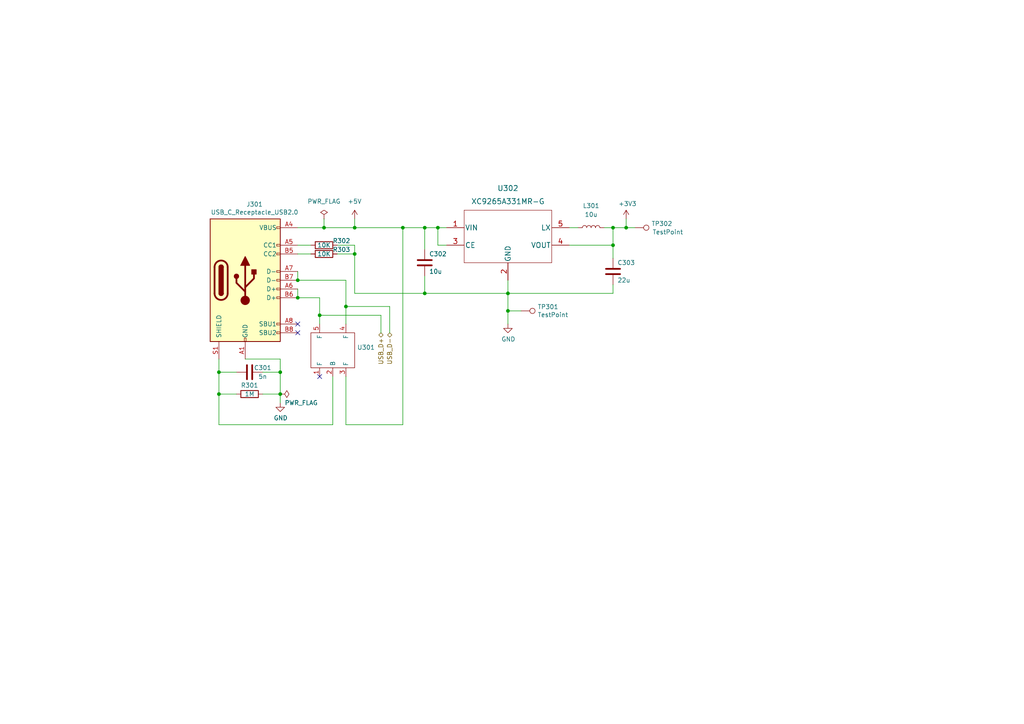
<source format=kicad_sch>
(kicad_sch (version 20211123) (generator eeschema)
  (paper "A4")
  (lib_symbols
    (symbol "BZA956A:BZA956A"
      (property "Reference" "U" (at 0 0 0))
      (property "Value" "BZA956A" (at 0 0 0))
      (symbol "BZA956A_0_1"
        (rectangle (start -6.35 5.08) (end 6.35 -5.08) (stroke (width 0.1524)))
      )
      (symbol "BZA956A_1_1"
        (pin input line (at -3.81 -7.62 90) (length 2.54) (name "F") (number "1"))
        (pin input line (at 0 -7.62 90) (length 2.54) (name "B") (number "2"))
        (pin input line (at 3.81 -7.62 90) (length 2.54) (name "F") (number "3"))
        (pin input line (at 3.81 7.62 270) (length 2.54) (name "F") (number "4"))
        (pin input line (at -3.81 7.62 270) (length 2.54) (name "F") (number "5"))
      )
    )
    (symbol "Connector:TestPoint" (pin_numbers hide) (pin_names (offset 0.762) hide)
      (property "Reference" "TP" (at 0 6.858 0))
      (property "Value" "TestPoint" (at 0 5.08 0))
      (symbol "TestPoint_0_1"
        (circle (center 0 3.302) (radius 0.762))
      )
      (symbol "TestPoint_1_1"
        (pin passive line (at 0 0 90) (length 2.54) (name "1") (number "1"))
      )
    )
    (symbol "Connector:USB_C_Receptacle_USB2.0" (pin_names (offset 1.016))
      (property "Reference" "J" (at -10.16 19.05 0))
      (property "Value" "USB_C_Receptacle_USB2.0" (at 19.05 19.05 0))
      (symbol "USB_C_Receptacle_USB2.0_0_0"
        (rectangle (start -0.254 -17.78) (end 0.254 -16.764))
        (rectangle (start 10.16 -14.986) (end 9.144 -15.494))
        (rectangle (start 10.16 -12.446) (end 9.144 -12.954))
        (rectangle (start 10.16 -4.826) (end 9.144 -5.334))
        (rectangle (start 10.16 -2.286) (end 9.144 -2.794))
        (rectangle (start 10.16 0.254) (end 9.144 -0.254))
        (rectangle (start 10.16 2.794) (end 9.144 2.286))
        (rectangle (start 10.16 7.874) (end 9.144 7.366))
        (rectangle (start 10.16 10.414) (end 9.144 9.906))
        (rectangle (start 10.16 15.494) (end 9.144 14.986))
      )
      (symbol "USB_C_Receptacle_USB2.0_0_1"
        (rectangle (start -10.16 17.78) (end 10.16 -17.78) (stroke (width 0.254)) (fill (type background)))
        (arc (start -8.89 -3.81) (mid -6.985 -5.715) (end -5.08 -3.81) (stroke (width 0.508)))
        (arc (start -7.62 -3.81) (mid -6.985 -4.445) (end -6.35 -3.81) (stroke (width 0.254)))
        (arc (start -7.62 -3.81) (mid -6.985 -4.445) (end -6.35 -3.81) (stroke (width 0.254)) (fill (type outline)))
        (rectangle (start -7.62 -3.81) (end -6.35 3.81) (stroke (width 0.254)) (fill (type outline)))
        (arc (start -6.35 3.81) (mid -6.985 4.445) (end -7.62 3.81) (stroke (width 0.254)))
        (arc (start -6.35 3.81) (mid -6.985 4.445) (end -7.62 3.81) (stroke (width 0.254)) (fill (type outline)))
        (arc (start -5.08 3.81) (mid -6.985 5.715) (end -8.89 3.81) (stroke (width 0.508)))
        (circle (center -2.54 1.143) (radius 0.635) (stroke (width 0.254)) (fill (type outline)))
        (circle (center 0 -5.842) (radius 1.27) (fill (type outline)))
        (polyline (pts (xy -8.89 -3.81) (xy -8.89 3.81)) (stroke (width 0.508)))
        (polyline (pts (xy -5.08 3.81) (xy -5.08 -3.81)) (stroke (width 0.508)))
        (polyline (pts (xy 0 -5.842) (xy 0 4.318)) (stroke (width 0.508)))
        (polyline (pts (xy 0 -3.302) (xy -2.54 -0.762) (xy -2.54 0.508)) (stroke (width 0.508)))
        (polyline (pts (xy 0 -2.032) (xy 2.54 0.508) (xy 2.54 1.778)) (stroke (width 0.508)))
        (polyline (pts (xy -1.27 4.318) (xy 0 6.858) (xy 1.27 4.318) (xy -1.27 4.318)) (stroke (width 0.254)) (fill (type outline)))
        (rectangle (start 1.905 1.778) (end 3.175 3.048) (stroke (width 0.254)) (fill (type outline)))
      )
      (symbol "USB_C_Receptacle_USB2.0_1_1"
        (pin passive line (at 0 -22.86 90) (length 5.08) (name "GND") (number "A1"))
        (pin passive line (at 0 -22.86 90) (length 5.08) hide (name "GND") (number "A12"))
        (pin passive line (at 15.24 15.24 180) (length 5.08) (name "VBUS") (number "A4"))
        (pin bidirectional line (at 15.24 10.16 180) (length 5.08) (name "CC1") (number "A5"))
        (pin bidirectional line (at 15.24 -2.54 180) (length 5.08) (name "D+") (number "A6"))
        (pin bidirectional line (at 15.24 2.54 180) (length 5.08) (name "D-") (number "A7"))
        (pin bidirectional line (at 15.24 -12.7 180) (length 5.08) (name "SBU1") (number "A8"))
        (pin passive line (at 15.24 15.24 180) (length 5.08) hide (name "VBUS") (number "A9"))
        (pin passive line (at 0 -22.86 90) (length 5.08) hide (name "GND") (number "B1"))
        (pin passive line (at 0 -22.86 90) (length 5.08) hide (name "GND") (number "B12"))
        (pin passive line (at 15.24 15.24 180) (length 5.08) hide (name "VBUS") (number "B4"))
        (pin bidirectional line (at 15.24 7.62 180) (length 5.08) (name "CC2") (number "B5"))
        (pin bidirectional line (at 15.24 -5.08 180) (length 5.08) (name "D+") (number "B6"))
        (pin bidirectional line (at 15.24 0 180) (length 5.08) (name "D-") (number "B7"))
        (pin bidirectional line (at 15.24 -15.24 180) (length 5.08) (name "SBU2") (number "B8"))
        (pin passive line (at 15.24 15.24 180) (length 5.08) hide (name "VBUS") (number "B9"))
        (pin passive line (at -7.62 -22.86 90) (length 5.08) (name "SHIELD") (number "S1"))
      )
    )
    (symbol "Device:C" (pin_numbers hide) (pin_names (offset 0.254))
      (property "Reference" "C" (at 0.635 2.54 0))
      (property "Value" "C" (at 0.635 -2.54 0))
      (symbol "C_0_1"
        (polyline (pts (xy -2.032 -0.762) (xy 2.032 -0.762)) (stroke (width 0.508)))
        (polyline (pts (xy -2.032 0.762) (xy 2.032 0.762)) (stroke (width 0.508)))
      )
      (symbol "C_1_1"
        (pin passive line (at 0 3.81 270) (length 2.794) (name "~") (number "1"))
        (pin passive line (at 0 -3.81 90) (length 2.794) (name "~") (number "2"))
      )
    )
    (symbol "Device:L" (pin_numbers hide) (pin_names (offset 1.016) hide)
      (property "Reference" "L" (at -1.27 0 90))
      (property "Value" "L" (at 1.905 0 90))
      (symbol "L_0_1"
        (arc (start 0 -2.54) (mid 0.635 -1.905) (end 0 -1.27))
        (arc (start 0 -1.27) (mid 0.635 -0.635) (end 0 0))
        (arc (start 0 0) (mid 0.635 0.635) (end 0 1.27))
        (arc (start 0 1.27) (mid 0.635 1.905) (end 0 2.54))
      )
      (symbol "L_1_1"
        (pin passive line (at 0 3.81 270) (length 1.27) (name "1") (number "1"))
        (pin passive line (at 0 -3.81 90) (length 1.27) (name "2") (number "2"))
      )
    )
    (symbol "Device:R" (pin_numbers hide) (pin_names (offset 0))
      (property "Reference" "R" (at 2.032 0 90))
      (property "Value" "R" (at 0 0 90))
      (symbol "R_0_1"
        (rectangle (start -1.016 -2.54) (end 1.016 2.54) (stroke (width 0.254)))
      )
      (symbol "R_1_1"
        (pin passive line (at 0 3.81 270) (length 1.27) (name "~") (number "1"))
        (pin passive line (at 0 -3.81 90) (length 1.27) (name "~") (number "2"))
      )
    )
    (symbol "XC9265A331MR-G:XC9265A331MR-G" (pin_names (offset 0.254))
      (property "Reference" "U" (at 20.32 10.16 0))
      (property "Value" "XC9265A331MR-G" (at 20.32 7.62 0))
      (symbol "XC9265A331MR-G_1_1"
        (polyline (pts (xy 7.62 -10.16) (xy 33.02 -10.16)) (stroke (width 0.127)))
        (polyline (pts (xy 7.62 5.08) (xy 7.62 -10.16)) (stroke (width 0.127)))
        (polyline (pts (xy 33.02 -10.16) (xy 33.02 5.08)) (stroke (width 0.127)))
        (polyline (pts (xy 33.02 5.08) (xy 7.62 5.08)) (stroke (width 0.127)))
        (pin power_in line (at 2.54 0 0) (length 5.08) (name "VIN") (number "1"))
        (pin power_in line (at 20.32 -15.24 90) (length 5.08) (name "GND") (number "2"))
        (pin unspecified line (at 2.54 -5.08 0) (length 5.08) (name "CE") (number "3"))
        (pin power_out line (at 38.1 -5.08 180) (length 5.08) (name "VOUT") (number "4"))
        (pin power_out line (at 38.1 0 180) (length 5.08) (name "LX") (number "5"))
      )
    )
    (symbol "power:+3V3" (power) (pin_names (offset 0))
      (property "Value" "+3V3" (at 0 3.556 0))
      (symbol "+3V3_0_1"
        (polyline (pts (xy -0.762 1.27) (xy 0 2.54)))
        (polyline (pts (xy 0 0) (xy 0 2.54)))
        (polyline (pts (xy 0 2.54) (xy 0.762 1.27)))
      )
      (symbol "+3V3_1_1"
        (pin power_in line (at 0 0 90) (length 0) hide (name "+3V3") (number "1"))
      )
    )
    (symbol "power:+5V" (power) (pin_names (offset 0))
      (property "Value" "+5V" (at 0 3.556 0))
      (symbol "+5V_0_1"
        (polyline (pts (xy -0.762 1.27) (xy 0 2.54)))
        (polyline (pts (xy 0 0) (xy 0 2.54)))
        (polyline (pts (xy 0 2.54) (xy 0.762 1.27)))
      )
      (symbol "+5V_1_1"
        (pin power_in line (at 0 0 90) (length 0) hide (name "+5V") (number "1"))
      )
    )
    (symbol "power:GND" (power) (pin_names (offset 0))
      (property "Value" "GND" (at 0 -3.81 0))
      (symbol "GND_0_1"
        (polyline (pts (xy 0 0) (xy 0 -1.27) (xy 1.27 -1.27) (xy 0 -2.54) (xy -1.27 -1.27) (xy 0 -1.27)))
      )
      (symbol "GND_1_1"
        (pin power_in line (at 0 0 270) (length 0) hide (name "GND") (number "1"))
      )
    )
    (symbol "power:PWR_FLAG" (power) (pin_numbers hide) (pin_names (offset 0) hide)
      (property "Value" "PWR_FLAG" (at 0 3.81 0))
      (symbol "PWR_FLAG_0_0"
        (pin power_out line (at 0 0 90) (length 0) (name "pwr") (number "1"))
      )
      (symbol "PWR_FLAG_0_1"
        (polyline (pts (xy 0 0) (xy 0 1.27) (xy -1.016 1.905) (xy 0 2.54) (xy 1.016 1.905) (xy 0 1.27)))
      )
    )
  )
  (junction (at 147.32 90.17))
  (junction (at 100.33 88.9))
  (junction (at 123.19 85.09))
  (junction (at 63.5 114.3))
  (junction (at 86.36 86.36))
  (junction (at 147.32 85.09))
  (junction (at 92.71 91.44))
  (junction (at 93.98 66.04))
  (junction (at 81.28 114.3))
  (junction (at 102.87 66.04))
  (junction (at 177.8 71.12))
  (junction (at 116.84 66.04))
  (junction (at 181.61 66.04))
  (junction (at 123.19 66.04))
  (junction (at 81.28 107.95))
  (junction (at 127 66.04))
  (junction (at 177.8 66.04))
  (junction (at 102.87 73.66))
  (junction (at 86.36 81.28))
  (junction (at 63.5 107.95))
  (no_connect (at 92.71 109.22))
  (no_connect (at 86.36 93.98))
  (no_connect (at 86.36 96.52))
  (wire (pts (xy 177.8 74.93) (xy 177.8 71.12)))
  (wire (pts (xy 86.36 73.66) (xy 90.17 73.66)))
  (wire (pts (xy 151.13 90.17) (xy 147.32 90.17)))
  (wire (pts (xy 100.33 88.9) (xy 113.03 88.9)))
  (wire (pts (xy 63.5 123.19) (xy 63.5 114.3)))
  (wire (pts (xy 93.98 63.5) (xy 93.98 66.04)))
  (wire (pts (xy 100.33 123.19) (xy 116.84 123.19)))
  (wire (pts (xy 177.8 71.12) (xy 177.8 66.04)))
  (wire (pts (xy 96.52 123.19) (xy 63.5 123.19)))
  (wire (pts (xy 86.36 66.04) (xy 93.98 66.04)))
  (wire (pts (xy 97.79 73.66) (xy 102.87 73.66)))
  (wire (pts (xy 181.61 66.04) (xy 181.61 63.5)))
  (wire (pts (xy 100.33 81.28) (xy 100.33 88.9)))
  (wire (pts (xy 175.26 66.04) (xy 177.8 66.04)))
  (wire (pts (xy 63.5 104.14) (xy 63.5 107.95)))
  (wire (pts (xy 100.33 88.9) (xy 100.33 93.98)))
  (wire (pts (xy 81.28 107.95) (xy 81.28 104.14)))
  (wire (pts (xy 116.84 123.19) (xy 116.84 66.04)))
  (wire (pts (xy 90.17 71.12) (xy 86.36 71.12)))
  (wire (pts (xy 110.49 96.52) (xy 110.49 91.44)))
  (wire (pts (xy 81.28 114.3) (xy 81.28 116.84)))
  (wire (pts (xy 86.36 83.82) (xy 86.36 86.36)))
  (wire (pts (xy 68.58 107.95) (xy 63.5 107.95)))
  (wire (pts (xy 86.36 78.74) (xy 86.36 81.28)))
  (wire (pts (xy 177.8 82.55) (xy 177.8 85.09)))
  (wire (pts (xy 81.28 104.14) (xy 71.12 104.14)))
  (wire (pts (xy 102.87 71.12) (xy 97.79 71.12)))
  (wire (pts (xy 165.1 71.12) (xy 177.8 71.12)))
  (wire (pts (xy 123.19 85.09) (xy 147.32 85.09)))
  (wire (pts (xy 102.87 73.66) (xy 102.87 71.12)))
  (wire (pts (xy 123.19 66.04) (xy 127 66.04)))
  (wire (pts (xy 102.87 63.5) (xy 102.87 66.04)))
  (wire (pts (xy 92.71 91.44) (xy 92.71 93.98)))
  (wire (pts (xy 100.33 109.22) (xy 100.33 123.19)))
  (wire (pts (xy 68.58 114.3) (xy 63.5 114.3)))
  (wire (pts (xy 123.19 66.04) (xy 123.19 72.39)))
  (wire (pts (xy 147.32 81.28) (xy 147.32 85.09)))
  (wire (pts (xy 96.52 109.22) (xy 96.52 123.19)))
  (wire (pts (xy 102.87 73.66) (xy 102.87 85.09)))
  (wire (pts (xy 76.2 114.3) (xy 81.28 114.3)))
  (wire (pts (xy 93.98 66.04) (xy 102.87 66.04)))
  (wire (pts (xy 81.28 107.95) (xy 81.28 114.3)))
  (wire (pts (xy 177.8 85.09) (xy 147.32 85.09)))
  (wire (pts (xy 116.84 66.04) (xy 123.19 66.04)))
  (wire (pts (xy 184.15 66.04) (xy 181.61 66.04)))
  (wire (pts (xy 102.87 66.04) (xy 116.84 66.04)))
  (wire (pts (xy 63.5 107.95) (xy 63.5 114.3)))
  (wire (pts (xy 127 66.04) (xy 129.54 66.04)))
  (wire (pts (xy 113.03 88.9) (xy 113.03 96.52)))
  (wire (pts (xy 123.19 80.01) (xy 123.19 85.09)))
  (wire (pts (xy 147.32 93.98) (xy 147.32 90.17)))
  (wire (pts (xy 92.71 91.44) (xy 110.49 91.44)))
  (wire (pts (xy 102.87 85.09) (xy 123.19 85.09)))
  (wire (pts (xy 127 71.12) (xy 127 66.04)))
  (wire (pts (xy 127 71.12) (xy 129.54 71.12)))
  (wire (pts (xy 81.28 107.95) (xy 76.2 107.95)))
  (wire (pts (xy 86.36 86.36) (xy 92.71 86.36)))
  (wire (pts (xy 165.1 66.04) (xy 167.64 66.04)))
  (wire (pts (xy 92.71 86.36) (xy 92.71 91.44)))
  (wire (pts (xy 86.36 81.28) (xy 100.33 81.28)))
  (wire (pts (xy 177.8 66.04) (xy 181.61 66.04)))
  (wire (pts (xy 147.32 90.17) (xy 147.32 85.09)))
  (hierarchical_label "USB_D-" (shape bidirectional) (at 113.03 96.52 270))
  (hierarchical_label "USB_D+" (shape bidirectional) (at 110.49 96.52 270))
  (symbol (lib_id "Device:R") (at 93.98 73.66 270) (unit 1)
    (property "Reference" "R303" (at 99.06 72.39 90))
    (property "Value" "10K" (at 93.98 73.66 90))
    (property "Footprint" "Resistor_SMD:R_0805_2012Metric" (effects hide))
  )
  (symbol (lib_id "Device:R") (at 93.98 71.12 270) (unit 1)
    (property "Reference" "R302" (at 99.06 69.85 90))
    (property "Value" "10K" (at 93.98 71.12 90))
    (property "Footprint" "Resistor_SMD:R_0805_2012Metric" (effects hide))
  )
  (symbol (lib_id "Connector:TestPoint") (at 151.13 90.17 270) (unit 1)
    (property "Reference" "TP301" (at 155.9052 89.0016 90) (effects (justify left)))
    (property "Value" "TestPoint" (at 155.9052 91.313 90) (effects (justify left)))
    (property "Footprint" "TestPoint:TestPoint_Pad_D1.5mm" (effects hide))
  )
  (symbol (lib_id "power:PWR_FLAG") (at 81.28 114.3 270) (unit 1)
    (property "Reference" "#FLG0301" (effects hide))
    (property "Value" "PWR_FLAG" (at 82.55 116.84 90) (effects (justify left)))
  )
  (symbol (lib_id "Device:L") (at 171.45 66.04 90) (unit 1)
    (property "Reference" "L301" (at 171.45 59.69 90))
    (property "Value" "10u" (at 171.45 62.23 90))
    (property "Footprint" "Inductor_SMD:L_0805_2012Metric" (effects hide))
  )
  (symbol (lib_id "power:+3V3") (at 181.61 63.5 0) (unit 1)
    (property "Reference" "#PWR0304" (effects hide))
    (property "Value" "+3V3" (at 181.991 59.1058 0))
  )
  (symbol (lib_id "Device:C") (at 72.39 107.95 90) (unit 1)
    (property "Reference" "C301" (at 76.2 106.68 90))
    (property "Value" "5n" (at 76.2 109.22 90))
    (property "Footprint" "Capacitor_SMD:C_0805_2012Metric" (effects hide))
  )
  (symbol (lib_id "BZA956A:BZA956A") (at 96.52 101.6 0) (unit 1)
    (property "Reference" "U301" (at 103.5812 100.7653 0) (effects (justify left)))
    (property "Datasheet" "https://assets.nexperia.com/documents/data-sheet/BZA800AVL_SERIES.pdf" (effects hide))
    (property "DK" "https://www.digikey.no/no/products/detail/nexperia-usa-inc/BZA856AVL-115/1155404" (effects hide))
  )
  (symbol (lib_id "Device:R") (at 72.39 114.3 90) (unit 1)
    (property "Reference" "R301" (at 72.39 111.76 90))
    (property "Value" "1M" (at 72.39 114.3 90))
    (property "Footprint" "Resistor_SMD:R_0805_2012Metric" (effects hide))
  )
  (symbol (lib_id "power:+5V") (at 102.87 63.5 0) (unit 1)
    (property "Reference" "#PWR0302" (effects hide))
    (property "Value" "+5V" (at 102.87 58.42 0))
  )
  (symbol (lib_id "Connector:USB_C_Receptacle_USB2.0") (at 71.12 81.28 0) (unit 1)
    (property "Reference" "J301" (at 73.8378 59.2582 0))
    (property "Value" "USB_C_Receptacle_USB2.0" (at 73.8378 61.5696 0))
    (property "Footprint" "USB4110-GF-A:USB4110-GF-A" (effects hide))
    (property "Datasheet" "https://www.usb.org/sites/default/files/documents/usb_type-c.zip" (effects hide))
    (property "DK" "https://www.digikey.no/no/products/detail/USB4110-GF-A/2073-USB4110-GF-A-1-ND/10384548?itemSeq=385830842" (effects hide))
  )
  (symbol (lib_id "power:GND") (at 147.32 93.98 0) (unit 1)
    (property "Reference" "#PWR0303" (effects hide))
    (property "Value" "GND" (at 147.447 98.3742 0))
  )
  (symbol (lib_id "Connector:TestPoint") (at 184.15 66.04 270) (unit 1)
    (property "Reference" "TP302" (at 188.9252 64.8716 90) (effects (justify left)))
    (property "Value" "TestPoint" (at 189.23 67.31 90) (effects (justify left)))
    (property "Footprint" "TestPoint:TestPoint_Pad_D1.5mm" (effects hide))
  )
  (symbol (lib_id "Device:C") (at 177.8 78.74 0) (unit 1)
    (property "Reference" "C303" (at 179.07 76.2 0) (effects (justify left)))
    (property "Value" "22u" (at 179.07 81.28 0) (effects (justify left)))
    (property "Footprint" "Capacitor_SMD:C_0805_2012Metric" (effects hide))
  )
  (symbol (lib_id "XC9265A331MR-G:XC9265A331MR-G") (at 127 66.04 0) (unit 1)
    (property "Reference" "U302" (at 147.32 54.61 0) (effects (font (size 1.524 1.524))))
    (property "Value" "XC9265A331MR-G" (at 147.32 58.42 0) (effects (font (size 1.524 1.524))))
    (property "Footprint" "XC9265A331MR-G:XC9265A331MR-G" (effects hide))
    (property "Datasheet" "https://www.torexsemi.com/file/xc9265/XC9265.pdf" (effects hide))
    (property "DK" "https://www.digikey.no/no/products/detail/XC9265A331MR-G/893-1307-1-ND/5964849?itemSeq=385815299" (effects hide))
  )
  (symbol (lib_id "Device:C") (at 123.19 76.2 0) (unit 1)
    (property "Reference" "C302" (at 124.46 73.66 0) (effects (justify left)))
    (property "Value" "10u" (at 124.46 78.74 0) (effects (justify left)))
    (property "Footprint" "Capacitor_SMD:C_0805_2012Metric" (effects hide))
  )
  (symbol (lib_id "power:GND") (at 81.28 116.84 0) (unit 1)
    (property "Reference" "#PWR0301" (effects hide))
    (property "Value" "GND" (at 81.407 121.2342 0))
  )
  (symbol (lib_id "power:PWR_FLAG") (at 93.98 63.5 0) (unit 1)
    (property "Reference" "#FLG0302" (effects hide))
    (property "Value" "PWR_FLAG" (at 93.98 58.42 0))
  )
)
</source>
